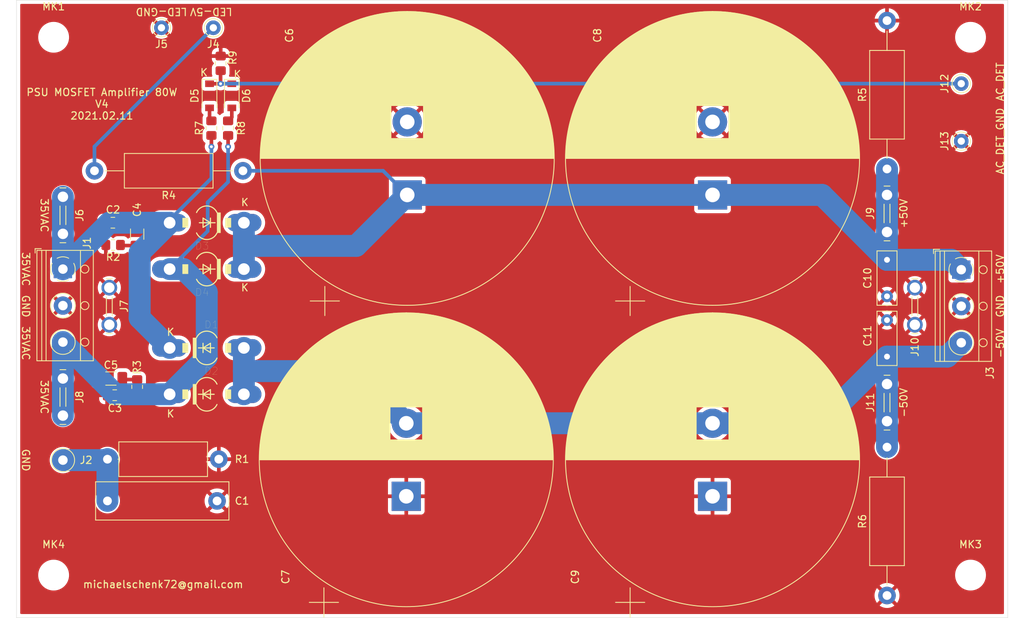
<source format=kicad_pcb>
(kicad_pcb (version 20211014) (generator pcbnew)
  (layers (0 "F.Cu" signal) (31 "B.Cu" signal) (34 "B.Paste" user) (35 "F.Paste" user) (36 "B.SilkS" user "B.Silkscreen") (37 "F.SilkS" user "F.Silkscreen") (38 "B.Mask" user) (39 "F.Mask" user) (44 "Edge.Cuts" user))
  (net 0 "")
  (net 1 "GND")
  (net 2 "Net-(C1-Pad1)")
  (net 3 "Net-(C2-Pad1)")
  (net 4 "Net-(C3-Pad2)")
  (net 5 "Net-(C4-Pad2)")
  (net 6 "Net-(C5-Pad2)")
  (net 7 "Net-(C10-Pad1)")
  (net 8 "Net-(C11-Pad2)")
  (net 9 "Net-(J4-Pad1)")
  (net 10 "Net-(D5-Pad1)")
  (net 11 "Net-(D5-Pad2)")
  (net 12 "Net-(D6-Pad2)")
  (footprint "Capacitor_THT:C_Rect_L18.0mm_W5.0mm_P15.00mm_FKS3_FKP3" (layer "F.Cu") (at 59.69 115.57)
    (fp_text reference "C1" (at 18.415 0) (layer "F.SilkS"))
    (fp_text value "2.2nF 2kV")
    (pad "1" thru_hole circle (at 0 0) (size 2.4 2.4) (drill 1.2) (layers *.Cu *.Mask) (net 2 "Net-(C1-Pad1)"))
    (pad "2" thru_hole circle (at 15 0) (size 2.4 2.4) (drill 1.2) (layers *.Cu *.Mask) (net 1 "GND"))
  )
  (footprint "Capacitor_SMD:C_0805_2012Metric_Pad1.18x1.45mm_HandSolder" (layer "F.Cu") (at 60.4305 77.47 180)
    (fp_text reference "C2" (at -0.0215 1.778) (layer "F.SilkS"))
    (fp_text value "Cx/10nF/200V")
    (pad "1" smd roundrect (at -1.0375 0 180) (size 1.175 1.45) (layers "F.Cu" "F.Paste" "F.Mask") (roundrect_rratio 0.212766) (net 3 "Net-(C2-Pad1)"))
    (pad "2" smd roundrect (at 1.0375 0 180) (size 1.175 1.45) (layers "F.Cu" "F.Paste" "F.Mask") (roundrect_rratio 0.212766) (net 1 "GND"))
  )
  (footprint "Capacitor_SMD:C_0805_2012Metric_Pad1.18x1.45mm_HandSolder" (layer "F.Cu") (at 60.6845 101.092)
    (fp_text reference "C3" (at 0.0215 1.778) (layer "F.SilkS"))
    (fp_text value "Cx/10nF/200V")
    (pad "1" smd roundrect (at -1.0375 0) (size 1.175 1.45) (layers "F.Cu" "F.Paste" "F.Mask") (roundrect_rratio 0.212766) (net 1 "GND"))
    (pad "2" smd roundrect (at 1.0375 0) (size 1.175 1.45) (layers "F.Cu" "F.Paste" "F.Mask") (roundrect_rratio 0.212766) (net 4 "Net-(C3-Pad2)"))
  )
  (footprint "Capacitor_SMD:C_1206_3216Metric_Pad1.33x1.80mm_HandSolder" (layer "F.Cu") (at 63.754 79.0325 -90)
    (fp_text reference "C4" (at -3.3405 0 90) (layer "F.SilkS"))
    (fp_text value "Cs")
    (pad "1" smd roundrect (at -1.5625 0 270) (size 1.325 1.8) (layers "F.Cu" "F.Paste" "F.Mask") (roundrect_rratio 0.188679) (net 3 "Net-(C2-Pad1)"))
    (pad "2" smd roundrect (at 1.5625 0 270) (size 1.325 1.8) (layers "F.Cu" "F.Paste" "F.Mask") (roundrect_rratio 0.188679) (net 5 "Net-(C4-Pad2)"))
  )
  (footprint "Capacitor_SMD:C_1206_3216Metric_Pad1.33x1.80mm_HandSolder" (layer "F.Cu") (at 60.1595 98.806)
    (fp_text reference "C5" (at 0 -1.85) (layer "F.SilkS"))
    (fp_text value "Cs")
    (pad "1" smd roundrect (at -1.5625 0) (size 1.325 1.8) (layers "F.Cu" "F.Paste" "F.Mask") (roundrect_rratio 0.188679) (net 1 "GND"))
    (pad "2" smd roundrect (at 1.5625 0) (size 1.325 1.8) (layers "F.Cu" "F.Paste" "F.Mask") (roundrect_rratio 0.188679) (net 6 "Net-(C5-Pad2)"))
  )
  (footprint "Capacitor_THT:CP_Radial_D40.0mm_P10.00mm_SnapIn" (layer "F.Cu") (at 100.711 73.66 90)
    (fp_text reference "C6" (at 21.844 -16.129 90) (layer "F.SilkS"))
    (fp_text value "10000uF/100V")
    (pad "1" thru_hole rect (at 0 0 90) (size 4 4) (drill 2) (layers *.Cu *.Mask) (net 7 "Net-(C10-Pad1)"))
    (pad "2" thru_hole circle (at 10 0 90) (size 4 4) (drill 2) (layers *.Cu *.Mask) (net 1 "GND"))
  )
  (footprint "Capacitor_THT:CP_Radial_D40.0mm_P10.00mm_SnapIn" (layer "F.Cu") (at 100.584 114.935 90)
    (fp_text reference "C7" (at -11.049 -16.51 90) (layer "F.SilkS"))
    (fp_text value "10000uF/100V")
    (pad "1" thru_hole rect (at 0 0 90) (size 4 4) (drill 2) (layers *.Cu *.Mask) (net 1 "GND"))
    (pad "2" thru_hole circle (at 10 0 90) (size 4 4) (drill 2) (layers *.Cu *.Mask) (net 8 "Net-(C11-Pad2)"))
  )
  (footprint "Capacitor_THT:CP_Radial_D40.0mm_P10.00mm_SnapIn" (layer "F.Cu") (at 142.494 73.66 90)
    (fp_text reference "C8" (at 21.844 -15.748 90) (layer "F.SilkS"))
    (fp_text value "10000uF/100V")
    (pad "1" thru_hole rect (at 0 0 90) (size 4 4) (drill 2) (layers *.Cu *.Mask) (net 7 "Net-(C10-Pad1)"))
    (pad "2" thru_hole circle (at 10 0 90) (size 4 4) (drill 2) (layers *.Cu *.Mask) (net 1 "GND"))
  )
  (footprint "Capacitor_THT:CP_Radial_D40.0mm_P10.00mm_SnapIn" (layer "F.Cu") (at 142.494 114.935 90)
    (fp_text reference "C9" (at -11.049 -18.796 90) (layer "F.SilkS"))
    (fp_text value "10000uF/100V")
    (pad "1" thru_hole rect (at 0 0 90) (size 4 4) (drill 2) (layers *.Cu *.Mask) (net 1 "GND"))
    (pad "2" thru_hole circle (at 10 0 90) (size 4 4) (drill 2) (layers *.Cu *.Mask) (net 8 "Net-(C11-Pad2)"))
  )
  (footprint "kicad-snk:SOD64-10" (layer "F.Cu") (at 73.279 94.615)
    (fp_text reference "D1" (at 0.63569 -3.17845) (layer "F.SilkS") (effects (font (size 1.001087 1.001087) (thickness 0.015))))
    (fp_text value "BYV98-200")
    (pad "1" thru_hole oval locked (at -5.08 0) (size 4.8006 2.4003) (drill 1.6002) (layers *.Cu *.Mask) (net 3 "Net-(C2-Pad1)"))
    (pad "2" thru_hole oval locked (at 5.08 0) (size 4.8006 2.4003) (drill 1.6002) (layers *.Cu *.Mask) (net 8 "Net-(C11-Pad2)"))
  )
  (footprint "kicad-snk:SOD64-10" (layer "F.Cu") (at 73.279 100.965)
    (fp_text reference "D2" (at 0.63569 -3.17845) (layer "F.SilkS") (effects (font (size 1.001087 1.001087) (thickness 0.015))))
    (fp_text value "BYV98-200")
    (pad "1" thru_hole oval locked (at -5.08 0) (size 4.8006 2.4003) (drill 1.6002) (layers *.Cu *.Mask) (net 4 "Net-(C3-Pad2)"))
    (pad "2" thru_hole oval locked (at 5.08 0) (size 4.8006 2.4003) (drill 1.6002) (layers *.Cu *.Mask) (net 8 "Net-(C11-Pad2)"))
  )
  (footprint "kicad-snk:SOD64-10" (layer "F.Cu") (at 73.279 77.47 180)
    (fp_text reference "D3" (at 0.63569 -3.17845) (layer "F.SilkS") (effects (font (size 1.001087 1.001087) (thickness 0.015))))
    (fp_text value "BYV98-200")
    (pad "1" thru_hole oval locked (at -5.08 0 180) (size 4.8006 2.4003) (drill 1.6002) (layers *.Cu *.Mask) (net 7 "Net-(C10-Pad1)"))
    (pad "2" thru_hole oval locked (at 5.08 0 180) (size 4.8006 2.4003) (drill 1.6002) (layers *.Cu *.Mask) (net 3 "Net-(C2-Pad1)"))
  )
  (footprint "kicad-snk:SOD64-10" (layer "F.Cu") (at 73.279 83.82 180)
    (fp_text reference "D4" (at 0.63569 -3.17845) (layer "F.SilkS") (effects (font (size 1.001087 1.001087) (thickness 0.015))))
    (fp_text value "BYV98-200")
    (pad "1" thru_hole oval locked (at -5.08 0 180) (size 4.8006 2.4003) (drill 1.6002) (layers *.Cu *.Mask) (net 7 "Net-(C10-Pad1)"))
    (pad "2" thru_hole oval locked (at 5.08 0 180) (size 4.8006 2.4003) (drill 1.6002) (layers *.Cu *.Mask) (net 4 "Net-(C3-Pad2)"))
  )
  (footprint "TerminalBlock_RND:TerminalBlock_RND_205-00013_1x03_P5.00mm_Horizontal" (layer "F.Cu") (at 53.594 83.82 -90)
    (fp_text reference "J1" (at -3.556 -3.302 90) (layer "F.SilkS"))
    (fp_text value "Screw_Terminal_01x03")
    (pad "1" thru_hole rect (at 0 0 270) (size 2.5 2.5) (drill 1.3) (layers *.Cu *.Mask) (net 3 "Net-(C2-Pad1)"))
    (pad "2" thru_hole circle (at 5 0 270) (size 2.5 2.5) (drill 1.3) (layers *.Cu *.Mask) (net 1 "GND"))
    (pad "3" thru_hole circle (at 10 0 270) (size 2.5 2.5) (drill 1.3) (layers *.Cu *.Mask) (net 4 "Net-(C3-Pad2)"))
  )
  (footprint "Connector_Pin:Pin_D1.3mm_L11.0mm" (layer "F.Cu") (at 53.594 109.982)
    (fp_text reference "J2" (at 3.175 0) (layer "F.SilkS"))
    (fp_text value "EARTH")
    (pad "1" thru_hole circle (at 0 0) (size 2.6 2.6) (drill 1.3) (layers *.Cu *.Mask) (net 2 "Net-(C1-Pad1)"))
  )
  (footprint "Resistor_THT:R_Axial_DIN0414_L11.9mm_D4.5mm_P15.24mm_Horizontal" (layer "F.Cu") (at 59.69 109.855)
    (fp_text reference "R1" (at 18.415 0) (layer "F.SilkS"))
    (fp_text value "100R/2W")
    (pad "1" thru_hole circle (at 0 0) (size 2.4 2.4) (drill 1.2) (layers *.Cu *.Mask) (net 2 "Net-(C1-Pad1)"))
    (pad "2" thru_hole oval (at 15.24 0) (size 2.4 2.4) (drill 1.2) (layers *.Cu *.Mask) (net 1 "GND"))
  )
  (footprint "Resistor_SMD:R_0805_2012Metric_Pad1.20x1.40mm_HandSolder" (layer "F.Cu") (at 60.468 80.518 180)
    (fp_text reference "R2" (at 0 -1.65) (layer "F.SilkS"))
    (fp_text value "Rs/1/8W")
    (pad "1" smd roundrect (at -1 0 180) (size 1.2 1.4) (layers "F.Cu" "F.Paste" "F.Mask") (roundrect_rratio 0.208333) (net 5 "Net-(C4-Pad2)"))
    (pad "2" smd roundrect (at 1 0 180) (size 1.2 1.4) (layers "F.Cu" "F.Paste" "F.Mask") (roundrect_rratio 0.208333) (net 1 "GND"))
  )
  (footprint "Resistor_SMD:R_0805_2012Metric_Pad1.20x1.40mm_HandSolder" (layer "F.Cu") (at 63.754 99.949 -90)
    (fp_text reference "R3" (at -2.667 0 90) (layer "F.SilkS"))
    (fp_text value "Rs/1/8W")
    (pad "1" smd roundrect (at -1 0 270) (size 1.2 1.4) (layers "F.Cu" "F.Paste" "F.Mask") (roundrect_rratio 0.208333) (net 6 "Net-(C5-Pad2)"))
    (pad "2" smd roundrect (at 1 0 270) (size 1.2 1.4) (layers "F.Cu" "F.Paste" "F.Mask") (roundrect_rratio 0.208333) (net 4 "Net-(C3-Pad2)"))
  )
  (footprint "Capacitor_THT:C_Rect_L7.2mm_W2.5mm_P5.00mm_FKS2_FKP2_MKS2_MKP2" (layer "F.Cu") (at 166.37 82.55 -90)
    (fp_text reference "C10" (at 2.5 2.667 90) (layer "F.SilkS"))
    (fp_text value "100n")
    (pad "1" thru_hole circle (at 0 0 270) (size 1.6 1.6) (drill 0.8) (layers *.Cu *.Mask) (net 7 "Net-(C10-Pad1)"))
    (pad "2" thru_hole circle (at 5 0 270) (size 1.6 1.6) (drill 0.8) (layers *.Cu *.Mask) (net 1 "GND"))
  )
  (footprint "Capacitor_THT:C_Rect_L7.2mm_W2.5mm_P5.00mm_FKS2_FKP2_MKS2_MKP2" (layer "F.Cu") (at 166.37 90.805 -90)
    (fp_text reference "C11" (at 2.159 2.667 90) (layer "F.SilkS"))
    (fp_text value "100n")
    (pad "1" thru_hole circle (at 0 0 270) (size 1.6 1.6) (drill 0.8) (layers *.Cu *.Mask) (net 1 "GND"))
    (pad "2" thru_hole circle (at 5 0 270) (size 1.6 1.6) (drill 0.8) (layers *.Cu *.Mask) (net 8 "Net-(C11-Pad2)"))
  )
  (footprint "MountingHole:MountingHole_3.2mm_M3" (layer "F.Cu") (at 177.8 52.07)
    (fp_text reference "MK2" (at 0 -4.2) (layer "F.SilkS"))
    (fp_text value "Mounting_Hole_PAD")
    (pad "" np_thru_hole circle (at 0 0) (size 3.2 3.2) (drill 3.2) (layers *.Cu *.Mask))
  )
  (footprint "MountingHole:MountingHole_3.2mm_M3" (layer "F.Cu") (at 177.8 125.73)
    (fp_text reference "MK3" (at 0 -4.2) (layer "F.SilkS"))
    (fp_text value "Mounting_Hole_PAD")
    (pad "" np_thru_hole circle (at 0 0) (size 3.2 3.2) (drill 3.2) (layers *.Cu *.Mask))
  )
  (footprint "MountingHole:MountingHole_3.2mm_M3" (layer "F.Cu") (at 52.324 125.73)
    (fp_text reference "MK4" (at 0 -4.2) (layer "F.SilkS"))
    (fp_text value "Mounting_Hole_PAD")
    (pad "" np_thru_hole circle (at 0 0) (size 3.2 3.2) (drill 3.2) (layers *.Cu *.Mask))
  )
  (footprint "MountingHole:MountingHole_3.2mm_M3" (layer "F.Cu") (at 52.324 52.07)
    (fp_text reference "MK1" (at 0 -4.2) (layer "F.SilkS"))
    (fp_text value "Mounting_Hole_PAD")
    (pad "" np_thru_hole circle (at 0 0) (size 3.2 3.2) (drill 3.2) (layers *.Cu *.Mask))
  )
  (footprint "TerminalBlock_RND:TerminalBlock_RND_205-00013_1x03_P5.00mm_Horizontal" (layer "F.Cu") (at 176.53 83.9 -90)
    (fp_text reference "J3" (at 14.144 -3.937 90) (layer "F.SilkS"))
    (fp_text value "Screw_Terminal_01x03")
    (pad "1" thru_hole rect (at 0 0 270) (size 2.5 2.5) (drill 1.3) (layers *.Cu *.Mask) (net 7 "Net-(C10-Pad1)"))
    (pad "2" thru_hole circle (at 5 0 270) (size 2.5 2.5) (drill 1.3) (layers *.Cu *.Mask) (net 1 "GND"))
    (pad "3" thru_hole circle (at 10 0 270) (size 2.5 2.5) (drill 1.3) (layers *.Cu *.Mask) (net 8 "Net-(C11-Pad2)"))
  )
  (footprint "kicad-snk:TE_62409-1" (layer "F.Cu") (at 166.37 102.108 -90)
    (fp_text reference "J11" (at 0 2.286 90) (layer "F.SilkS") (effects (font (size 1.001661 1.001661))))
    (fp_text value "Conn_01x02")
    (pad "1" thru_hole circle (at -2.54 0 270) (size 2.145 2.145) (drill 1.43) (layers *.Cu *.Mask) (net 8 "Net-(C11-Pad2)"))
    (pad "2" thru_hole circle (at 2.54 0 270) (size 2.145 2.145) (drill 1.43) (layers *.Cu *.Mask) (net 8 "Net-(C11-Pad2)"))
  )
  (footprint "Connector_Pin:Pin_D1.0mm_L10.0mm" (layer "F.Cu") (at 176.53 66.294)
    (fp_text reference "J13" (at -2.286 0 90) (layer "F.SilkS"))
    (fp_text value "AC_DET_GND")
    (pad "1" thru_hole circle (at 0 0) (size 2 2) (drill 1) (layers *.Cu *.Mask) (net 1 "GND"))
  )
  (footprint "Resistor_SMD:R_0805_2012Metric_Pad1.20x1.40mm_HandSolder" (layer "F.Cu") (at 76.2 64.516 90)
    (fp_text reference "R8" (at 0 1.778 90) (layer "F.SilkS"))
    (fp_text value "22k")
    (pad "1" smd roundrect (at -1 0 90) (size 1.2 1.4) (layers "F.Cu" "F.Paste" "F.Mask") (roundrect_rratio 0.208333) (net 4 "Net-(C3-Pad2)"))
    (pad "2" smd roundrect (at 1 0 90) (size 1.2 1.4) (layers "F.Cu" "F.Paste" "F.Mask") (roundrect_rratio 0.208333) (net 12 "Net-(D6-Pad2)"))
  )
  (footprint "Resistor_SMD:R_0805_2012Metric_Pad1.20x1.40mm_HandSolder" (layer "F.Cu") (at 73.914 64.516 90)
    (fp_text reference "R7" (at 0 -1.65 90) (layer "F.SilkS"))
    (fp_text value "22k")
    (pad "1" smd roundrect (at -1 0 90) (size 1.2 1.4) (layers "F.Cu" "F.Paste" "F.Mask") (roundrect_rratio 0.208333) (net 3 "Net-(C2-Pad1)"))
    (pad "2" smd roundrect (at 1 0 90) (size 1.2 1.4) (layers "F.Cu" "F.Paste" "F.Mask") (roundrect_rratio 0.208333) (net 11 "Net-(D5-Pad2)"))
  )
  (footprint "kicad-snk:TE_62409-1" (layer "F.Cu") (at 53.594 76.454 90)
    (fp_text reference "J6" (at 0 2.286 270) (layer "F.SilkS") (effects (font (size 1.001661 1.001661))))
    (fp_text value "Conn_01x02" hide)
    (pad "1" thru_hole circle (at -2.54 0 90) (size 2.145 2.145) (drill 1.43) (layers *.Cu *.Mask) (net 3 "Net-(C2-Pad1)"))
    (pad "2" thru_hole circle (at 2.54 0 90) (size 2.145 2.145) (drill 1.43) (layers *.Cu *.Mask) (net 3 "Net-(C2-Pad1)"))
  )
  (footprint "kicad-snk:TE_62409-1" (layer "F.Cu") (at 166.37 76.2 90)
    (fp_text reference "J9" (at 0 -2.286 90) (layer "F.SilkS") (effects (font (size 1.001661 1.001661))))
    (fp_text value "Conn_01x02")
    (pad "1" thru_hole circle (at -2.54 0 90) (size 2.145 2.145) (drill 1.43) (layers *.Cu *.Mask) (net 7 "Net-(C10-Pad1)"))
    (pad "2" thru_hole circle (at 2.54 0 90) (size 2.145 2.145) (drill 1.43) (layers *.Cu *.Mask) (net 7 "Net-(C10-Pad1)"))
  )
  (footprint "Connector_Pin:Pin_D1.0mm_L10.0mm" (layer "F.Cu") (at 176.53 58.42)
    (fp_text reference "J12" (at -2.286 0 90) (layer "F.SilkS"))
    (fp_text value "AC_DET")
    (pad "1" thru_hole circle (at 0 0) (size 2 2) (drill 1) (layers *.Cu *.Mask) (net 10 "Net-(D5-Pad1)"))
  )
  (footprint "Connector_Pin:Pin_D1.0mm_L10.0mm" (layer "F.Cu") (at 67.078 50.768)
    (fp_text reference "J5" (at 0 2.25) (layer "F.SilkS"))
    (fp_text value "LED_GND")
    (pad "1" thru_hole circle (at 0 0) (size 2 2) (drill 1) (layers *.Cu *.Mask) (net 1 "GND"))
  )
  (footprint "Resistor_THT:R_Axial_DIN0414_L11.9mm_D4.5mm_P20.32mm_Horizontal" (layer "F.Cu") (at 78.232 70.358 180)
    (fp_text reference "R4" (at 10.16 -3.37) (layer "F.SilkS"))
    (fp_text value "3.9k/2W")
    (pad "1" thru_hole circle (at 0 0 180) (size 2.4 2.4) (drill 1.2) (layers *.Cu *.Mask) (net 7 "Net-(C10-Pad1)"))
    (pad "2" thru_hole oval (at 20.32 0 180) (size 2.4 2.4) (drill 1.2) (layers *.Cu *.Mask) (net 9 "Net-(J4-Pad1)"))
  )
  (footprint "Diode_SMD:D_SOD-123" (layer "F.Cu") (at 73.66 60.086 -90)
    (fp_text reference "D5" (at 0 2.032 90) (layer "F.SilkS"))
    (fp_text value "1N914")
    (pad "1" smd rect (at -1.65 0 270) (size 0.9 1.2) (layers "F.Cu" "F.Paste" "F.Mask") (net 10 "Net-(D5-Pad1)"))
    (pad "2" smd rect (at 1.65 0 270) (size 0.9 1.2) (layers "F.Cu" "F.Paste" "F.Mask") (net 11 "Net-(D5-Pad2)"))
  )
  (footprint "Connector_Pin:Pin_D1.0mm_L10.0mm" (layer "F.Cu") (at 74.178 50.768)
    (fp_text reference "J4" (at 0 2.25) (layer "F.SilkS"))
    (fp_text value "LED_5V")
    (pad "1" thru_hole circle (at 0 0) (size 2 2) (drill 1) (layers *.Cu *.Mask) (net 9 "Net-(J4-Pad1)"))
  )
  (footprint "kicad-snk:TE_62409-1" (layer "F.Cu") (at 170.18 88.9 90)
    (fp_text reference "J10" (at -5.588 0 90) (layer "F.SilkS") (effects (font (size 1.001661 1.001661))))
    (fp_text value "Conn_01x02")
    (pad "1" thru_hole circle (at -2.54 0 90) (size 2.145 2.145) (drill 1.43) (layers *.Cu *.Mask) (net 1 "GND"))
    (pad "2" thru_hole circle (at 2.54 0 90) (size 2.145 2.145) (drill 1.43) (layers *.Cu *.Mask) (net 1 "GND"))
  )
  (footprint "Diode_SMD:D_SOD-123" (layer "F.Cu") (at 76.708 60.088 -90)
    (fp_text reference "D6" (at 0 -2 90) (layer "F.SilkS"))
    (fp_text value "1N914")
    (pad "1" smd rect (at -1.65 0 270) (size 0.9 1.2) (layers "F.Cu" "F.Paste" "F.Mask") (net 10 "Net-(D5-Pad1)"))
    (pad "2" smd rect (at 1.65 0 270) (size 0.9 1.2) (layers "F.Cu" "F.Paste" "F.Mask") (net 12 "Net-(D6-Pad2)"))
  )
  (footprint "Resistor_THT:R_Axial_DIN0414_L11.9mm_D4.5mm_P20.32mm_Horizontal" (layer "F.Cu") (at 166.37 70.104 90)
    (fp_text reference "R5" (at 10.16 -3.37 90) (layer "F.SilkS"))
    (fp_text value "4.7k/2W")
    (pad "1" thru_hole circle (at 0 0 90) (size 2.4 2.4) (drill 1.2) (layers *.Cu *.Mask) (net 7 "Net-(C10-Pad1)"))
    (pad "2" thru_hole oval (at 20.32 0 90) (size 2.4 2.4) (drill 1.2) (layers *.Cu *.Mask) (net 1 "GND"))
  )
  (footprint "Resistor_THT:R_Axial_DIN0414_L11.9mm_D4.5mm_P20.32mm_Horizontal" (layer "F.Cu") (at 166.37 128.524 90)
    (fp_text reference "R6" (at 10.16 -3.37 90) (layer "F.SilkS"))
    (fp_text value "4.7k/2W")
    (pad "1" thru_hole circle (at 0 0 90) (size 2.4 2.4) (drill 1.2) (layers *.Cu *.Mask) (net 1 "GND"))
    (pad "2" thru_hole oval (at 20.32 0 90) (size 2.4 2.4) (drill 1.2) (layers *.Cu *.Mask) (net 8 "Net-(C11-Pad2)"))
  )
  (footprint "kicad-snk:TE_62409-1" (layer "F.Cu") (at 53.594 101.346 90)
    (fp_text reference "J8" (at 0 2.286 270) (layer "F.SilkS") (effects (font (size 1.001661 1.001661))))
    (fp_text value "Conn_01x02" hide)
    (pad "1" thru_hole circle (at -2.54 0 90) (size 2.145 2.145) (drill 1.43) (layers *.Cu *.Mask) (net 4 "Net-(C3-Pad2)"))
    (pad "2" thru_hole circle (at 2.54 0 90) (size 2.145 2.145) (drill 1.43) (layers *.Cu *.Mask) (net 4 "Net-(C3-Pad2)"))
  )
  (footprint "Resistor_SMD:R_0805_2012Metric_Pad1.20x1.40mm_HandSolder" (layer "F.Cu") (at 75.184 55.642 -90)
    (fp_text reference "R9" (at -0.778 -1.65 90) (layer "F.SilkS"))
    (fp_text value "10k")
    (pad "1" smd roundrect (at -1 0 270) (size 1.2 1.4) (layers "F.Cu" "F.Paste" "F.Mask") (roundrect_rratio 0.208333) (net 1 "GND"))
    (pad "2" smd roundrect (at 1 0 270) (size 1.2 1.4) (layers "F.Cu" "F.Paste" "F.Mask") (roundrect_rratio 0.208333) (net 10 "Net-(D5-Pad1)"))
  )
  (footprint "kicad-snk:TE_62409-1" (layer "F.Cu") (at 59.944 88.9 90)
    (fp_text reference "J7" (at 0 2.032 90) (layer "F.SilkS") (effects (font (size 1.001661 1.001661))))
    (fp_text value "Conn_01x02")
    (pad "1" thru_hole circle (at -2.54 0 90) (size 2.145 2.145) (drill 1.43) (layers *.Cu *.Mask) (net 1 "GND"))
    (pad "2" thru_hole circle (at 2.54 0 90) (size 2.145 2.145) (drill 1.43) (layers *.Cu *.Mask) (net 1 "GND"))
  )
  (gr_line (start 47.244 46.99) (end 47.244 131.572) (layer "Edge.Cuts") (width 0.05))
  (gr_line (start 182.88 131.572) (end 182.88 46.99) (layer "Edge.Cuts") (width 0.05))
  (gr_line (start 47.244 131.572) (end 182.88 131.572) (layer "Edge.Cuts") (width 0.05))
  (gr_line (start 182.88 46.99) (end 47.244 46.99) (layer "Edge.Cuts") (width 0.05))
  (gr_text "+50V" (at 168.656 76.2 90) (layer "F.SilkS") (effects (font (size 1 1))))
  (gr_text "-50V" (at 168.656 102.108 90) (layer "F.SilkS") (effects (font (size 1 1))))
  (gr_text "K" (at 78.486 86.36) (layer "F.SilkS") (effects (font (size 1 1))))
  (gr_text "K" (at 68.326 92.456) (layer "F.SilkS") (effects (font (size 1 1))))
  (gr_text "K" (at 68.326 103.632) (layer "F.SilkS") (effects (font (size 1 1))))
  (gr_text "35VAC" (at 48.514 93.98 270) (layer "F.SilkS") (effects (font (size 1 1))))
  (gr_text "35VAC" (at 51.054 101.346 270) (layer "F.SilkS") (effects (font (size 1 1))))
  (gr_text "35VAC" (at 51.054 76.454 270) (layer "F.SilkS") (effects (font (size 1 1))))
  (gr_text "GND" (at 48.514 109.982 270) (layer "F.SilkS") (effects (font (size 1 1))))
  (gr_text "35VAC" (at 48.514 83.82 270) (layer "F.SilkS") (effects (font (size 1 1))))
  (gr_text "+50V" (at 181.864 83.82 90) (layer "F.SilkS") (effects (font (size 1 1))))
  (gr_text "LED-5V" (at 73.878 48.568 180) (layer "F.SilkS") (effects (font (size 1 1))))
  (gr_text "K" (at 78.486 74.676) (layer "F.SilkS") (effects (font (size 1 1))))
  (gr_text "GND" (at 181.864 88.9 90) (layer "F.SilkS") (effects (font (size 1 1))))
  (gr_text "GND" (at 48.514 88.9 270) (layer "F.SilkS") (effects (font (size 1 1))))
  (gr_text "K" (at 77.47 57.15) (layer "F.SilkS") (effects (font (size 1 1))))
  (gr_text "LED-GND" (at 67.078 48.568 180) (layer "F.SilkS") (effects (font (size 1 1))))
  (gr_text "PSU MOSFET Amplifier 80W\nV4\n2021.02.11" (at 58.928 61.214) (layer "F.SilkS") (effects (font (size 1 1))))
  (gr_text "-50V" (at 181.864 93.98 90) (layer "F.SilkS") (effects (font (size 1 1))))
  (gr_text "K" (at 72.898 56.896) (layer "F.SilkS") (effects (font (size 1 1))))
  (gr_text "AC_DET_GND" (at 181.864 66.294 90) (layer "F.SilkS") (effects (font (size 1 1))))
  (gr_text "AC_DET" (at 181.864 58.166 90) (layer "F.SilkS") (effects (font (size 1 1))))
  (gr_text "michaelschenk72@gmail.com" (at 67.31 127) (layer "F.SilkS") (effects (font (size 1 1))))
  (segment (start 59.69 109.855) (end 59.69 115.57) (width 3) (layer "B.Cu") (net 2))
  (segment (start 59.563 109.982) (end 59.69 109.855) (width 3) (layer "B.Cu") (net 2))
  (segment (start 53.594 109.982) (end 59.563 109.982) (width 3) (layer "B.Cu") (net 2))
  (segment (start 63.754 77.47) (end 61.468 77.47) (width 0.5) (layer "F.Cu") (net 3))
  (segment (start 63.754 77.47) (end 68.199 77.47) (width 0.5) (layer "F.Cu") (net 3))
  (segment (start 73.914 65.516) (end 73.914 67.056) (width 0.5) (layer "F.Cu") (net 3))
  (via (at 73.914 67.056) (size 0.8) (drill 0.4) (layers "F.Cu" "B.Cu") (net 3))
  (segment (start 64.09869 90.51469) (end 68.199 94.615) (width 3) (layer "B.Cu") (net 3))
  (segment (start 64.09869 81.57031) (end 64.09869 90.51469) (width 3) (layer "B.Cu") (net 3))
  (segment (start 73.914 67.056) (end 73.914 71.374) (width 0.5) (layer "B.Cu") (net 3))
  (segment (start 53.594 78.994) (end 53.594 73.914) (width 3) (layer "B.Cu") (net 3))
  (segment (start 68.199 77.47) (end 59.944 77.47) (width 3) (layer "B.Cu") (net 3))
  (segment (start 68.199 77.089) (end 68.199 77.47) (width 0.5) (layer "B.Cu") (net 3))
  (segment (start 68.199 77.47) (end 64.09869 81.57031) (width 3) (layer "B.Cu") (net 3))
  (segment (start 59.944 77.47) (end 53.594 83.82) (width 3) (layer "B.Cu") (net 3))
  (segment (start 53.594 83.82) (end 53.594 78.994) (width 3) (layer "B.Cu") (net 3))
  (segment (start 73.914 71.374) (end 68.199 77.089) (width 0.5) (layer "B.Cu") (net 3))
  (segment (start 68.183 100.949) (end 68.199 100.965) (width 0.5) (layer "F.Cu") (net 4))
  (segment (start 63.754 100.949) (end 61.865 100.949) (width 0.5) (layer "F.Cu") (net 4))
  (segment (start 76.2 65.516) (end 76.2 67.056) (width 0.5) (layer "F.Cu") (net 4))
  (segment (start 63.754 100.949) (end 68.183 100.949) (width 0.5) (layer "F.Cu") (net 4))
  (segment (start 61.865 100.949) (end 61.722 101.092) (width 0.5) (layer "F.Cu") (net 4))
  (via (at 76.2 67.056) (size 0.8) (drill 0.4) (layers "F.Cu" "B.Cu") (net 4))
  (segment (start 53.594 93.82) (end 53.594 98.806) (width 3) (layer "B.Cu") (net 4))
  (segment (start 76.2 71.882) (end 73.406 74.676) (width 0.5) (layer "B.Cu") (net 4))
  (segment (start 68.199 100.965) (end 73.279 95.885) (width 3) (layer "B.Cu") (net 4))
  (segment (start 70.104 83.82) (end 68.199 83.82) (width 3) (layer "B.Cu") (net 4))
  (segment (start 73.279 86.995) (end 70.104 83.82) (width 3) (layer "B.Cu") (net 4))
  (segment (start 73.406 78.613) (end 68.199 83.82) (width 0.5) (layer "B.Cu") (net 4))
  (segment (start 76.2 67.056) (end 76.2 71.882) (width 0.5) (layer "B.Cu") (net 4))
  (segment (start 73.279 95.885) (end 73.279 86.995) (width 3) (layer "B.Cu") (net 4))
  (segment (start 68.199 100.965) (end 60.739 100.965) (width 3) (layer "B.Cu") (net 4))
  (segment (start 73.406 74.676) (end 73.406 78.613) (width 0.5) (layer "B.Cu") (net 4))
  (segment (start 53.594 98.806) (end 53.594 103.886) (width 3) (layer "B.Cu") (net 4))
  (segment (start 60.739 100.965) (end 53.594 93.82) (width 3) (layer "B.Cu") (net 4))
  (segment (start 61.545 80.595) (end 61.468 80.518) (width 0.5) (layer "F.Cu") (net 5))
  (segment (start 63.754 80.595) (end 61.545 80.595) (width 0.5) (layer "F.Cu") (net 5))
  (segment (start 61.865 98.949) (end 61.722 98.806) (width 0.5) (layer "F.Cu") (net 6))
  (segment (start 63.754 98.949) (end 61.865 98.949) (width 0.5) (layer "F.Cu") (net 6))
  (segment (start 166.37 78.74) (end 166.37 73.66) (width 3) (layer "B.Cu") (net 7))
  (segment (start 78.359 80.645) (end 78.359 77.47) (width 3) (layer "B.Cu") (net 7))
  (segment (start 157.48 73.66) (end 166.37 82.55) (width 3) (layer "B.Cu") (net 7))
  (segment (start 166.37 82.55) (end 175.18 82.55) (width 3) (layer "B.Cu") (net 7))
  (segment (start 175.18 82.55) (end 176.53 83.9) (width 3) (layer "B.Cu") (net 7))
  (segment (start 100.711 73.66) (end 142.494 73.66) (width 3) (layer "B.Cu") (net 7))
  (segment (start 78.359 83.82) (end 78.359 80.645) (width 3) (layer "B.Cu") (net 7))
  (segment (start 93.726 80.645) (end 100.711 73.66) (width 3) (layer "B.Cu") (net 7))
  (segment (start 97.409 70.358) (end 100.711 73.66) (width 0.5) (layer "B.Cu") (net 7))
  (segment (start 78.359 80.645) (end 93.726 80.645) (width 3) (layer "B.Cu") (net 7))
  (segment (start 166.37 82.55) (end 166.37 78.74) (width 3) (layer "B.Cu") (net 7))
  (segment (start 78.232 70.358) (end 97.409 70.358) (width 0.5) (layer "B.Cu") (net 7))
  (segment (start 166.37 73.66) (end 166.37 70.104) (width 3) (layer "B.Cu") (net 7))
  (segment (start 142.494 73.66) (end 157.48 73.66) (width 3) (layer "B.Cu") (net 7))
  (segment (start 157.24 104.935) (end 166.37 95.805) (width 3) (layer "B.Cu") (net 8))
  (segment (start 174.625 95.805) (end 176.53 93.9) (width 3) (layer "B.Cu") (net 8))
  (segment (start 166.37 104.648) (end 166.37 108.204) (width 3) (layer "B.Cu") (net 8))
  (segment (start 166.37 99.568) (end 166.37 104.648) (width 3) (layer "B.Cu") (net 8))
  (segment (start 142.494 104.935) (end 100.584 104.935) (width 3) (layer "B.Cu") (net 8))
  (segment (start 166.37 95.805) (end 174.625 95.805) (width 3) (layer "B.Cu") (net 8))
  (segment (start 78.359 97.79) (end 93.439 97.79) (width 3) (layer "B.Cu") (net 8))
  (segment (start 142.494 104.935) (end 157.24 104.935) (width 3) (layer "B.Cu") (net 8))
  (segment (start 93.439 97.79) (end 100.584 104.935) (width 3) (layer "B.Cu") (net 8))
  (segment (start 78.359 100.965) (end 78.359 97.79) (width 3) (layer "B.Cu") (net 8))
  (segment (start 78.359 97.79) (end 78.359 94.615) (width 3) (layer "B.Cu") (net 8))
  (segment (start 166.37 95.805) (end 166.37 99.568) (width 3) (layer "B.Cu") (net 8))
  (segment (start 57.912 67.034) (end 74.178 50.768) (width 0.5) (layer "B.Cu") (net 9))
  (segment (start 57.912 70.358) (end 57.912 67.034) (width 0.5) (layer "B.Cu") (net 9))
  (segment (start 76.706 58.436) (end 76.708 58.438) (width 0.5) (layer "F.Cu") (net 10))
  (segment (start 73.66 58.436) (end 75.168 58.436) (width 0.5) (layer "F.Cu") (net 10))
  (segment (start 75.168 58.436) (end 75.168 56.658) (width 0.5) (layer "F.Cu") (net 10))
  (segment (start 75.168 58.436) (end 76.706 58.436) (width 0.5) (layer "F.Cu") (net 10))
  (segment (start 75.168 56.658) (end 75.184 56.642) (width 0.5) (layer "F.Cu") (net 10))
  (via (at 75.168 58.436) (size 0.8) (drill 0.4) (layers "F.Cu" "B.Cu") (net 10))
  (segment (start 75.184 58.42) (end 75.168 58.436) (width 0.5) (layer "B.Cu") (net 10))
  (segment (start 176.53 58.42) (end 75.184 58.42) (width 0.5) (layer "B.Cu") (net 10))
  (segment (start 73.66 61.736) (end 73.66 63.262) (width 0.5) (layer "F.Cu") (net 11))
  (segment (start 73.66 63.262) (end 73.914 63.516) (width 0.5) (layer "F.Cu") (net 11))
  (segment (start 76.708 63.008) (end 76.2 63.516) (width 0.5) (layer "F.Cu") (net 12))
  (segment (start 76.708 61.738) (end 76.708 63.008) (width 0.5) (layer "F.Cu") (net 12))
  (zone (net 1) (net_name "GND") (layer "F.Cu") (connect_pads (clearance 0.508)) (min_thickness 0.254) (fill yes (thermal_gap 0.508) (thermal_bridge_width 0.508))
    (polygon (pts (xy 182.88 131.572) (xy 47.244 131.572) (xy 47.244 46.99) (xy 182.88 46.99)))
  )
)
</source>
